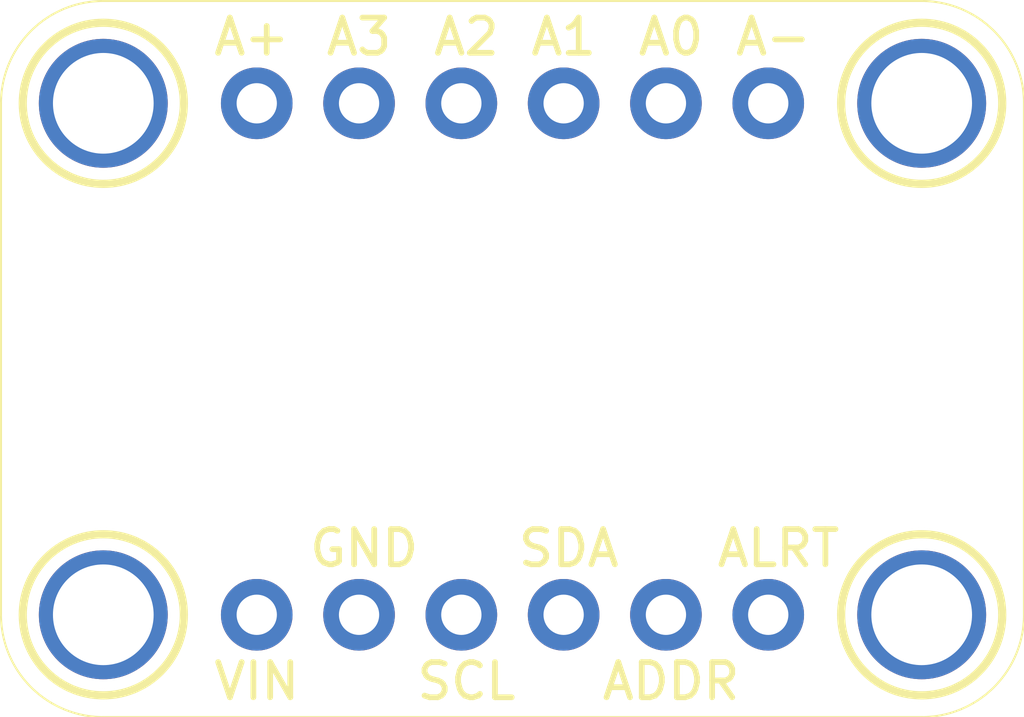
<source format=kicad_pcb>
(kicad_pcb (version 20221018) (generator pcbnew)
  (layers (0 "F.Cu" signal) (31 "B.Cu" signal) (34 "B.Paste" user) (35 "F.Paste" user) (36 "B.SilkS" user "B.Silkscreen") (37 "F.SilkS" user "F.Silkscreen") (38 "B.Mask" user) (39 "F.Mask" user) (44 "Edge.Cuts" user))
  (net 0 "")
  (net 1 "GND")
  (net 2 "SCL")
  (net 3 "SDA")
  (net 4 "ADDR")
  (net 5 "ALERT")
  (net 6 "AIN0")
  (net 7 "AIN1")
  (net 8 "AIN2")
  (net 9 "AIN3")
  (net 10 "VCC")
  (net 11 "AVDD")
  (net 12 "AGND")
  (footprint "1X06_ROUND_70" (layer "F.Cu") (at 208.4832 109.982)
    (fp_text reference "JP2" hide)
    (fp_text value "")
    (pad "1" thru_hole circle (at -6.35 0 90) (size 1.778 1.778) (drill 1) (layers "*.Cu" "*.Mask") (net 10 "VCC"))
    (pad "2" thru_hole circle (at -3.81 0 90) (size 1.778 1.778) (drill 1) (layers "*.Cu" "*.Mask") (net 1 "GND"))
    (pad "3" thru_hole circle (at -1.27 0 90) (size 1.778 1.778) (drill 1) (layers "*.Cu" "*.Mask") (net 2 "SCL"))
    (pad "4" thru_hole circle (at 1.27 0 90) (size 1.778 1.778) (drill 1) (layers "*.Cu" "*.Mask") (net 3 "SDA"))
    (pad "5" thru_hole circle (at 3.81 0 90) (size 1.778 1.778) (drill 1) (layers "*.Cu" "*.Mask") (net 4 "ADDR"))
    (pad "6" thru_hole circle (at 6.35 0 90) (size 1.778 1.778) (drill 1) (layers "*.Cu" "*.Mask") (net 5 "ALERT"))
  )
  (footprint "MOUNTINGHOLE_2.5_PLATED" (layer "F.Cu") (at 198.3232 109.982)
    (fp_text reference "U$29" hide)
    (fp_text value "MOUNTINGHOLE2.5" hide)
    (fp_circle (center 0 0) (end 2 0) (stroke (width 0.2032)) (fill none) (layer "F.SilkS"))
    (pad "1" thru_hole circle (at 0 0) (size 3.2 3.2) (drill 2.5) (layers "*.Cu" "*.Mask"))
  )
  (footprint "1X06_ROUND_70" (layer "F.Cu") (at 208.4832 97.282)
    (fp_text reference "JP1" hide)
    (fp_text value "" hide)
    (pad "1" thru_hole circle (at -6.35 0 90) (size 1.778 1.778) (drill 1) (layers "*.Cu" "*.Mask") (net 11 "AVDD"))
    (pad "2" thru_hole circle (at -3.81 0 90) (size 1.778 1.778) (drill 1) (layers "*.Cu" "*.Mask") (net 9 "AIN3"))
    (pad "3" thru_hole circle (at -1.27 0 90) (size 1.778 1.778) (drill 1) (layers "*.Cu" "*.Mask") (net 8 "AIN2"))
    (pad "4" thru_hole circle (at 1.27 0 90) (size 1.778 1.778) (drill 1) (layers "*.Cu" "*.Mask") (net 7 "AIN1"))
    (pad "5" thru_hole circle (at 3.81 0 90) (size 1.778 1.778) (drill 1) (layers "*.Cu" "*.Mask") (net 6 "AIN0"))
    (pad "6" thru_hole circle (at 6.35 0 90) (size 1.778 1.778) (drill 1) (layers "*.Cu" "*.Mask") (net 12 "AGND"))
  )
  (footprint "MOUNTINGHOLE_2.5_PLATED" (layer "F.Cu") (at 198.3232 97.282)
    (fp_text reference "U$25" hide)
    (fp_text value "MOUNTINGHOLE2.5" hide)
    (fp_circle (center 0 0) (end 2 0) (stroke (width 0.2032)) (fill none) (layer "F.SilkS"))
    (pad "1" thru_hole circle (at 0 0) (size 3.2 3.2) (drill 2.5) (layers "*.Cu" "*.Mask"))
  )
  (footprint "MOUNTINGHOLE_2.5_PLATED" (layer "F.Cu") (at 218.6432 109.982)
    (fp_text reference "U$30" hide)
    (fp_text value "MOUNTINGHOLE2.5" hide)
    (fp_circle (center 0 0) (end 2 0) (stroke (width 0.2032)) (fill none) (layer "F.SilkS"))
    (pad "1" thru_hole circle (at 0 0) (size 3.2 3.2) (drill 2.5) (layers "*.Cu" "*.Mask"))
  )
  (footprint "MOUNTINGHOLE_2.5_PLATED" (layer "F.Cu") (at 218.6432 97.282)
    (fp_text reference "U$27" hide)
    (fp_text value "MOUNTINGHOLE2.5" hide)
    (fp_circle (center 0 0) (end 2 0) (stroke (width 0.2032)) (fill none) (layer "F.SilkS"))
    (pad "1" thru_hole circle (at 0 0) (size 3.2 3.2) (drill 2.5) (layers "*.Cu" "*.Mask"))
  )
  (gr_arc (start 221.1832 109.982) (mid 220.439251 111.778051) (end 218.6432 112.522) (stroke (width 0.05)) (layer "F.SilkS"))
  (gr_line (start 198.3232 112.522) (end 218.6432 112.522) (stroke (width 0.05)) (layer "F.SilkS"))
  (gr_arc (start 195.7832 97.282) (mid 196.527149 95.485949) (end 198.3232 94.742) (stroke (width 0.05)) (layer "F.SilkS"))
  (gr_arc (start 218.6432 94.742) (mid 220.439251 95.485949) (end 221.1832 97.282) (stroke (width 0.05)) (layer "F.SilkS"))
  (gr_line (start 221.1832 109.982) (end 221.1832 97.282) (stroke (width 0.05)) (layer "F.SilkS"))
  (gr_line (start 195.7832 97.282) (end 195.7832 109.982) (stroke (width 0.05)) (layer "F.SilkS"))
  (gr_arc (start 198.3232 112.522) (mid 196.527149 111.778051) (end 195.7832 109.982) (stroke (width 0.05)) (layer "F.SilkS"))
  (gr_line (start 218.6432 94.742) (end 198.3232 94.742) (stroke (width 0.05)) (layer "F.SilkS"))
  (gr_text "A3" (at 204.6732 95.631) (layer "F.SilkS") (effects (font (size 0.87376 0.87376) (thickness 0.14224))))
  (gr_text "A1" (at 209.7532 95.631) (layer "F.SilkS") (effects (font (size 0.87376 0.87376) (thickness 0.14224))))
  (gr_text "VIN" (at 202.1332 111.633) (layer "F.SilkS") (effects (font (size 0.87376 0.87376) (thickness 0.14224))))
  (gr_text "A2" (at 207.3402 95.631) (layer "F.SilkS") (effects (font (size 0.87376 0.87376) (thickness 0.14224))))
  (gr_text "GND" (at 204.8002 108.331) (layer "F.SilkS") (effects (font (size 0.87376 0.87376) (thickness 0.14224))))
  (gr_text "A+" (at 202.0062 95.631) (layer "F.SilkS") (effects (font (size 0.87376 0.87376) (thickness 0.14224))))
  (gr_text "SCL" (at 207.3402 111.633) (layer "F.SilkS") (effects (font (size 0.87376 0.87376) (thickness 0.14224))))
  (gr_text "ADDR" (at 212.4202 111.633) (layer "F.SilkS") (effects (font (size 0.87376 0.87376) (thickness 0.14224))))
  (gr_text "SDA" (at 209.8802 108.331) (layer "F.SilkS") (effects (font (size 0.87376 0.87376) (thickness 0.14224))))
  (gr_text "A-" (at 214.9602 95.631) (layer "F.SilkS") (effects (font (size 0.87376 0.87376) (thickness 0.14224))))
  (gr_text "A0" (at 212.4202 95.631) (layer "F.SilkS") (effects (font (size 0.87376 0.87376) (thickness 0.14224))))
  (gr_text "ALRT" (at 215.0872 108.331) (layer "F.SilkS") (effects (font (size 0.87376 0.87376) (thickness 0.14224))))
)
</source>
